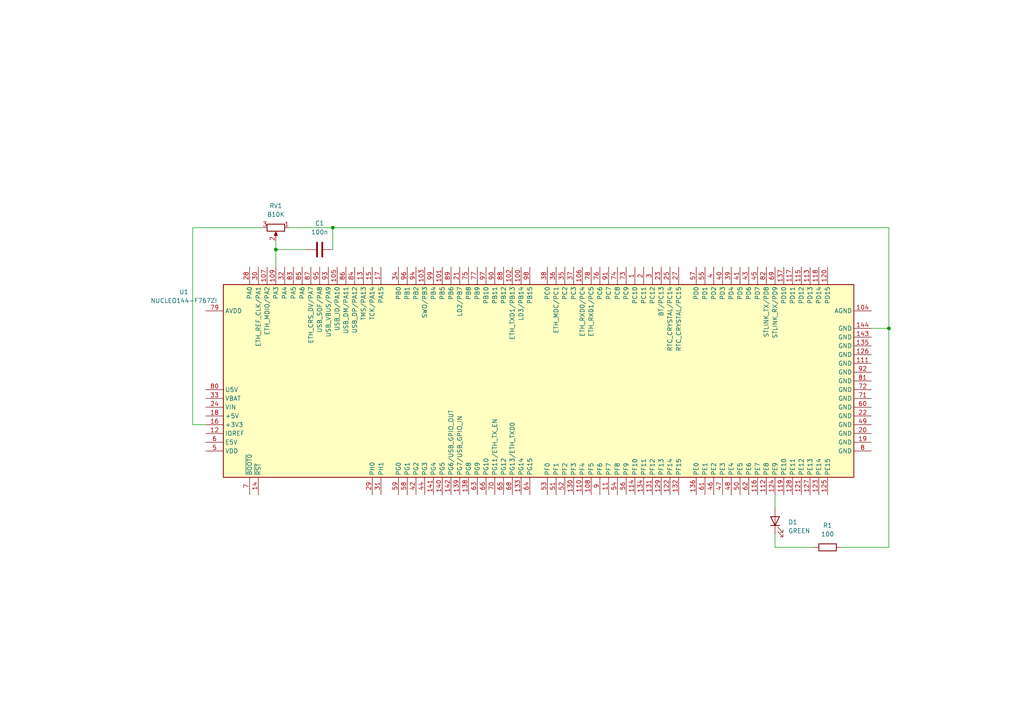
<source format=kicad_sch>
(kicad_sch (version 20231120) (generator "eeschema") (generator_version "8.0")
  (paper "A4")
  (lib_symbols
    (symbol "Device:C" (pin_numbers hide) (pin_names (offset 0.254))
      (property "Reference" "C" (at 0.635 2.54 0))
      (property "Value" "C" (at 0.635 -2.54 0))
      (symbol "C_0_1"
        (polyline (pts (xy -2.032 -0.762) (xy 2.032 -0.762)) (stroke (width 0.508)))
        (polyline (pts (xy -2.032 0.762) (xy 2.032 0.762)) (stroke (width 0.508)))
      )
      (symbol "C_1_1"
        (pin passive line (at 0 3.81 270) (length 2.794) (name "~") (number "1"))
        (pin passive line (at 0 -3.81 90) (length 2.794) (name "~") (number "2"))
      )
    )
    (symbol "Device:LED" (pin_numbers hide) (pin_names (offset 1.016) hide)
      (property "Reference" "D" (at 0 2.54 0))
      (property "Value" "LED" (at 0 -2.54 0))
      (symbol "LED_0_1"
        (polyline (pts (xy -1.27 -1.27) (xy -1.27 1.27)) (stroke (width 0.254)))
        (polyline (pts (xy -1.27 0) (xy 1.27 0)))
        (polyline (pts (xy 1.27 -1.27) (xy 1.27 1.27) (xy -1.27 0) (xy 1.27 -1.27)) (stroke (width 0.254)))
        (polyline (pts (xy -3.048 -0.762) (xy -4.572 -2.286) (xy -3.81 -2.286) (xy -4.572 -2.286) (xy -4.572 -1.524)))
        (polyline (pts (xy -1.778 -0.762) (xy -3.302 -2.286) (xy -2.54 -2.286) (xy -3.302 -2.286) (xy -3.302 -1.524)))
      )
      (symbol "LED_1_1"
        (pin passive line (at -3.81 0 0) (length 2.54) (name "K") (number "1"))
        (pin passive line (at 3.81 0 180) (length 2.54) (name "A") (number "2"))
      )
    )
    (symbol "Device:R" (pin_numbers hide) (pin_names (offset 0))
      (property "Reference" "R" (at 2.032 0 90))
      (property "Value" "R" (at 0 0 90))
      (symbol "R_0_1"
        (rectangle (start -1.016 -2.54) (end 1.016 2.54) (stroke (width 0.254)))
      )
      (symbol "R_1_1"
        (pin passive line (at 0 3.81 270) (length 1.27) (name "~") (number "1"))
        (pin passive line (at 0 -3.81 90) (length 1.27) (name "~") (number "2"))
      )
    )
    (symbol "Device:R_Potentiometer" (pin_names (offset 1.016) hide)
      (property "Reference" "RV" (at -4.445 0 90))
      (property "Value" "R_Potentiometer" (at -2.54 0 90))
      (symbol "R_Potentiometer_0_1"
        (polyline (pts (xy 2.54 0) (xy 1.524 0)))
        (polyline (pts (xy 1.143 0) (xy 2.286 0.508) (xy 2.286 -0.508) (xy 1.143 0)) (fill (type outline)))
        (rectangle (start 1.016 2.54) (end -1.016 -2.54) (stroke (width 0.254)))
      )
      (symbol "R_Potentiometer_1_1"
        (pin passive line (at 0 3.81 270) (length 1.27) (name "1") (number "1"))
        (pin passive line (at 3.81 0 180) (length 1.27) (name "2") (number "2"))
        (pin passive line (at 0 -3.81 90) (length 1.27) (name "3") (number "3"))
      )
    )
    (symbol "MCU_Module:NUCLEO144-F767ZI"
      (property "Reference" "U" (at -22.86 94.615 0))
      (property "Value" "NUCLEO144-F767ZI" (at -22.86 92.71 0))
      (symbol "NUCLEO144-F767ZI_0_1"
        (rectangle (start -27.94 -91.44) (end 27.94 91.44) (stroke (width 0.254)) (fill (type background)))
      )
      (symbol "NUCLEO144-F767ZI_1_1"
        (pin bidirectional line (at 33.02 -27.94 180) (length 5.08) (name "PC10") (number "1"))
        (pin no_connect line (at -27.94 55.88 0) (length 5.08) hide (name "NC") (number "10"))
        (pin bidirectional line (at 33.02 5.08 180) (length 5.08) (name "LD3/PB14") (number "100"))
        (pin bidirectional line (at 33.02 27.94 180) (length 5.08) (name "PB5") (number "101"))
        (pin bidirectional line (at 33.02 7.62 180) (length 5.08) (name "ETH_TXD1/PB13") (number "102"))
        (pin bidirectional line (at 33.02 33.02 180) (length 5.08) (name "SWO/PB3") (number "103"))
        (pin power_in line (at 20.32 -96.52 90) (length 5.08) (name "AGND") (number "104"))
        (pin bidirectional line (at 33.02 58.42 180) (length 5.08) (name "USB_ID/PA10") (number "105"))
        (pin bidirectional line (at 33.02 -12.7 180) (length 5.08) (name "ETH_RXD0/PC4") (number "106"))
        (pin bidirectional line (at 33.02 78.74 180) (length 5.08) (name "ETH_MDIO/PA2") (number "107"))
        (pin bidirectional line (at -33.02 -15.24 0) (length 5.08) (name "PF5") (number "108"))
        (pin bidirectional line (at 33.02 76.2 180) (length 5.08) (name "PA3") (number "109"))
        (pin bidirectional line (at -33.02 -20.32 0) (length 5.08) (name "PF7") (number "11"))
        (pin bidirectional line (at -33.02 -12.7 0) (length 5.08) (name "PF4") (number "110"))
        (pin power_in line (at 5.08 -96.52 90) (length 5.08) (name "GND") (number "111"))
        (pin bidirectional line (at -33.02 -66.04 0) (length 5.08) (name "PE8") (number "112"))
        (pin bidirectional line (at 33.02 -78.74 180) (length 5.08) (name "PD13") (number "113"))
        (pin bidirectional line (at -33.02 -27.94 0) (length 5.08) (name "PF10") (number "114"))
        (pin bidirectional line (at 33.02 -76.2 180) (length 5.08) (name "PD12") (number "115"))
        (pin bidirectional line (at -33.02 -63.5 0) (length 5.08) (name "PE7") (number "116"))
        (pin bidirectional line (at 33.02 -73.66 180) (length 5.08) (name "PD11") (number "117"))
        (pin bidirectional line (at 33.02 -81.28 180) (length 5.08) (name "PD14") (number "118"))
        (pin bidirectional line (at -33.02 -71.12 0) (length 5.08) (name "PE10") (number "119"))
        (pin power_in line (at -15.24 96.52 270) (length 5.08) (name "IOREF") (number "12"))
        (pin bidirectional line (at 33.02 -83.82 180) (length 5.08) (name "PD15") (number "120"))
        (pin bidirectional line (at -33.02 -76.2 0) (length 5.08) (name "PE12") (number "121"))
        (pin bidirectional line (at -33.02 -38.1 0) (length 5.08) (name "PF14") (number "122"))
        (pin bidirectional line (at -33.02 -81.28 0) (length 5.08) (name "PE14") (number "123"))
        (pin bidirectional line (at -33.02 -68.58 0) (length 5.08) (name "PE9") (number "124"))
        (pin bidirectional line (at -33.02 -83.82 0) (length 5.08) (name "PE15") (number "125"))
        (pin power_in line (at 7.62 -96.52 90) (length 5.08) (name "GND") (number "126"))
        (pin bidirectional line (at -33.02 -78.74 0) (length 5.08) (name "PE13") (number "127"))
        (pin bidirectional line (at -33.02 -73.66 0) (length 5.08) (name "PE11") (number "128"))
        (pin bidirectional line (at -33.02 -35.56 0) (length 5.08) (name "PF13") (number "129"))
        (pin bidirectional line (at 33.02 50.8 180) (length 5.08) (name "TMS/PA13") (number "13"))
        (pin bidirectional line (at -33.02 -10.16 0) (length 5.08) (name "PF3") (number "130"))
        (pin bidirectional line (at -33.02 -33.02 0) (length 5.08) (name "PF12") (number "131"))
        (pin bidirectional line (at -33.02 -40.64 0) (length 5.08) (name "PF15") (number "132"))
        (pin bidirectional line (at -33.02 5.08 0) (length 5.08) (name "PG14") (number "133"))
        (pin bidirectional line (at -33.02 -30.48 0) (length 5.08) (name "PF11") (number "134"))
        (pin power_in line (at 10.16 -96.52 90) (length 5.08) (name "GND") (number "135"))
        (pin bidirectional line (at -33.02 -45.72 0) (length 5.08) (name "PE0") (number "136"))
        (pin bidirectional line (at 33.02 -71.12 180) (length 5.08) (name "PD10") (number "137"))
        (pin bidirectional line (at -33.02 20.32 0) (length 5.08) (name "PG8") (number "138"))
        (pin bidirectional line (at -33.02 22.86 0) (length 5.08) (name "PG7/USB_GPIO_IN") (number "139"))
        (pin input line (at -33.02 81.28 0) (length 5.08) (name "~{RST}") (number "14"))
        (pin bidirectional line (at -33.02 27.94 0) (length 5.08) (name "PG5") (number "140"))
        (pin bidirectional line (at -33.02 30.48 0) (length 5.08) (name "PG4") (number "141"))
        (pin bidirectional line (at -33.02 25.4 0) (length 5.08) (name "PG6/USB_GPIO_OUT") (number "142"))
        (pin power_in line (at 12.7 -96.52 90) (length 5.08) (name "GND") (number "143"))
        (pin power_in line (at 15.24 -96.52 90) (length 5.08) (name "GND") (number "144"))
        (pin bidirectional line (at 33.02 48.26 180) (length 5.08) (name "TCK/PA14") (number "15"))
        (pin power_in line (at -12.7 96.52 270) (length 5.08) (name "+3V3") (number "16"))
        (pin bidirectional line (at 33.02 45.72 180) (length 5.08) (name "PA15") (number "17"))
        (pin power_in line (at -10.16 96.52 270) (length 5.08) (name "+5V") (number "18"))
        (pin power_in line (at -17.78 -96.52 90) (length 5.08) (name "GND") (number "19"))
        (pin bidirectional line (at 33.02 -30.48 180) (length 5.08) (name "PC11") (number "2"))
        (pin power_in line (at -15.24 -96.52 90) (length 5.08) (name "GND") (number "20"))
        (pin bidirectional line (at 33.02 22.86 180) (length 5.08) (name "LD2/PB7") (number "21"))
        (pin power_in line (at -10.16 -96.52 90) (length 5.08) (name "GND") (number "22"))
        (pin bidirectional line (at 33.02 -35.56 180) (length 5.08) (name "BT/PC13") (number "23"))
        (pin power_in line (at -7.62 96.52 270) (length 5.08) (name "VIN") (number "24"))
        (pin bidirectional line (at 33.02 -38.1 180) (length 5.08) (name "RTC_CRYSTAL/PC14") (number "25"))
        (pin no_connect line (at -27.94 58.42 0) (length 5.08) hide (name "NC") (number "26"))
        (pin bidirectional line (at 33.02 -40.64 180) (length 5.08) (name "RTC_CRYSTAL/PC15") (number "27"))
        (pin bidirectional line (at 33.02 83.82 180) (length 5.08) (name "PA0") (number "28"))
        (pin bidirectional line (at -33.02 48.26 0) (length 5.08) (name "PH0") (number "29"))
        (pin bidirectional line (at 33.02 -33.02 180) (length 5.08) (name "PC12") (number "3"))
        (pin bidirectional line (at 33.02 81.28 180) (length 5.08) (name "ETH_REF_CLK/PA1") (number "30"))
        (pin bidirectional line (at -33.02 45.72 0) (length 5.08) (name "PH1") (number "31"))
        (pin bidirectional line (at 33.02 73.66 180) (length 5.08) (name "PA4") (number "32"))
        (pin power_in line (at -5.08 96.52 270) (length 5.08) (name "VBAT") (number "33"))
        (pin bidirectional line (at 33.02 40.64 180) (length 5.08) (name "PB0") (number "34"))
        (pin bidirectional line (at 33.02 -7.62 180) (length 5.08) (name "PC2") (number "35"))
        (pin bidirectional line (at 33.02 -5.08 180) (length 5.08) (name "ETH_MDC/PC1") (number "36"))
        (pin bidirectional line (at 33.02 -10.16 180) (length 5.08) (name "PC3") (number "37"))
        (pin bidirectional line (at 33.02 -2.54 180) (length 5.08) (name "PC0") (number "38"))
        (pin bidirectional line (at 33.02 -55.88 180) (length 5.08) (name "PD4") (number "39"))
        (pin bidirectional line (at 33.02 -50.8 180) (length 5.08) (name "PD2") (number "4"))
        (pin bidirectional line (at 33.02 -53.34 180) (length 5.08) (name "PD3") (number "40"))
        (pin bidirectional line (at 33.02 -58.42 180) (length 5.08) (name "PD5") (number "41"))
        (pin bidirectional line (at -33.02 35.56 0) (length 5.08) (name "PG2") (number "42"))
        (pin bidirectional line (at 33.02 -60.96 180) (length 5.08) (name "PD6") (number "43"))
        (pin bidirectional line (at -33.02 33.02 0) (length 5.08) (name "PG3") (number "44"))
        (pin bidirectional line (at 33.02 -63.5 180) (length 5.08) (name "PD7") (number "45"))
        (pin bidirectional line (at -33.02 -50.8 0) (length 5.08) (name "PE2") (number "46"))
        (pin bidirectional line (at -33.02 -53.34 0) (length 5.08) (name "PE3") (number "47"))
        (pin bidirectional line (at -33.02 -55.88 0) (length 5.08) (name "PE4") (number "48"))
        (pin power_in line (at -12.7 -96.52 90) (length 5.08) (name "GND") (number "49"))
        (pin power_in line (at -20.32 96.52 270) (length 5.08) (name "VDD") (number "5"))
        (pin bidirectional line (at -33.02 -58.42 0) (length 5.08) (name "PE5") (number "50"))
        (pin bidirectional line (at -33.02 -5.08 0) (length 5.08) (name "PF1") (number "51"))
        (pin bidirectional line (at -33.02 -7.62 0) (length 5.08) (name "PF2") (number "52"))
        (pin bidirectional line (at -33.02 -2.54 0) (length 5.08) (name "PF0") (number "53"))
        (pin bidirectional line (at -33.02 -22.86 0) (length 5.08) (name "PF8") (number "54"))
        (pin bidirectional line (at 33.02 -48.26 180) (length 5.08) (name "PD1") (number "55"))
        (pin bidirectional line (at -33.02 -25.4 0) (length 5.08) (name "PF9") (number "56"))
        (pin bidirectional line (at 33.02 -45.72 180) (length 5.08) (name "PD0") (number "57"))
        (pin bidirectional line (at -33.02 38.1 0) (length 5.08) (name "PG1") (number "58"))
        (pin bidirectional line (at -33.02 40.64 0) (length 5.08) (name "PG0") (number "59"))
        (pin power_in line (at -17.78 96.52 270) (length 5.08) (name "E5V") (number "6"))
        (pin power_in line (at -7.62 -96.52 90) (length 5.08) (name "GND") (number "60"))
        (pin bidirectional line (at -33.02 -48.26 0) (length 5.08) (name "PE1") (number "61"))
        (pin bidirectional line (at -33.02 -60.96 0) (length 5.08) (name "PE6") (number "62"))
        (pin bidirectional line (at -33.02 17.78 0) (length 5.08) (name "PG9") (number "63"))
        (pin bidirectional line (at -33.02 2.54 0) (length 5.08) (name "PG15") (number "64"))
        (pin bidirectional line (at -33.02 10.16 0) (length 5.08) (name "PG12") (number "65"))
        (pin bidirectional line (at -33.02 15.24 0) (length 5.08) (name "PG10") (number "66"))
        (pin no_connect line (at -27.94 53.34 0) (length 5.08) hide (name "NC") (number "67"))
        (pin bidirectional line (at -33.02 7.62 0) (length 5.08) (name "PG13/ETH_TXD0") (number "68"))
        (pin bidirectional line (at 33.02 -68.58 180) (length 5.08) (name "STLINK_RX/PD9") (number "69"))
        (pin input line (at -33.02 83.82 0) (length 5.08) (name "~{BOOT0}") (number "7"))
        (pin bidirectional line (at -33.02 12.7 0) (length 5.08) (name "PG11/ETH_TX_EN") (number "70"))
        (pin power_in line (at -5.08 -96.52 90) (length 5.08) (name "GND") (number "71"))
        (pin power_in line (at -2.54 -96.52 90) (length 5.08) (name "GND") (number "72"))
        (pin bidirectional line (at 33.02 -25.4 180) (length 5.08) (name "PC9") (number "73"))
        (pin bidirectional line (at 33.02 -22.86 180) (length 5.08) (name "PC8") (number "74"))
        (pin bidirectional line (at 33.02 20.32 180) (length 5.08) (name "PB8") (number "75"))
        (pin bidirectional line (at 33.02 -17.78 180) (length 5.08) (name "PC6") (number "76"))
        (pin bidirectional line (at 33.02 17.78 180) (length 5.08) (name "PB9") (number "77"))
        (pin bidirectional line (at 33.02 -15.24 180) (length 5.08) (name "ETH_RXD1/PC5") (number "78"))
        (pin power_in line (at 20.32 96.52 270) (length 5.08) (name "AVDD") (number "79"))
        (pin power_in line (at -20.32 -96.52 90) (length 5.08) (name "GND") (number "8"))
        (pin power_in line (at -2.54 96.52 270) (length 5.08) (name "U5V") (number "80"))
        (pin power_in line (at 0 -96.52 90) (length 5.08) (name "GND") (number "81"))
        (pin bidirectional line (at 33.02 -66.04 180) (length 5.08) (name "STLINK_TX/PD8") (number "82"))
        (pin bidirectional line (at 33.02 71.12 180) (length 5.08) (name "PA5") (number "83"))
        (pin bidirectional line (at 33.02 53.34 180) (length 5.08) (name "USB_DP/PA12") (number "84"))
        (pin bidirectional line (at 33.02 68.58 180) (length 5.08) (name "PA6") (number "85"))
        (pin bidirectional line (at 33.02 55.88 180) (length 5.08) (name "USB_DM/PA11") (number "86"))
        (pin bidirectional line (at 33.02 66.04 180) (length 5.08) (name "ETH_CRS_DV/PA7") (number "87"))
        (pin bidirectional line (at 33.02 10.16 180) (length 5.08) (name "PB12") (number "88"))
        (pin bidirectional line (at 33.02 25.4 180) (length 5.08) (name "PB6") (number "89"))
        (pin bidirectional line (at -33.02 -17.78 0) (length 5.08) (name "PF6") (number "9"))
        (pin bidirectional line (at 33.02 12.7 180) (length 5.08) (name "PB11") (number "90"))
        (pin bidirectional line (at 33.02 -20.32 180) (length 5.08) (name "PC7") (number "91"))
        (pin power_in line (at 2.54 -96.52 90) (length 5.08) (name "GND") (number "92"))
        (pin bidirectional line (at 33.02 60.96 180) (length 5.08) (name "USB_VBUS/PA9") (number "93"))
        (pin bidirectional line (at 33.02 35.56 180) (length 5.08) (name "PB2") (number "94"))
        (pin bidirectional line (at 33.02 63.5 180) (length 5.08) (name "USB_SOF/PA8") (number "95"))
        (pin bidirectional line (at 33.02 38.1 180) (length 5.08) (name "PB1") (number "96"))
        (pin bidirectional line (at 33.02 15.24 180) (length 5.08) (name "PB10") (number "97"))
        (pin bidirectional line (at 33.02 2.54 180) (length 5.08) (name "PB15") (number "98"))
        (pin bidirectional line (at 33.02 30.48 180) (length 5.08) (name "PB4") (number "99"))
      )
    )
  )
  (junction (at 80.01 72.39))
  (junction (at 257.81 95.25))
  (junction (at 96.52 66.04))
  (wire (pts (xy 59.69 123.19) (xy 55.88 123.19)))
  (wire (pts (xy 96.52 66.04) (xy 83.82 66.04)))
  (wire (pts (xy 55.88 123.19) (xy 55.88 66.04)))
  (wire (pts (xy 80.01 72.39) (xy 80.01 77.47)))
  (wire (pts (xy 224.79 143.51) (xy 224.79 147.32)))
  (wire (pts (xy 257.81 66.04) (xy 96.52 66.04)))
  (wire (pts (xy 224.79 158.75) (xy 224.79 154.94)))
  (wire (pts (xy 252.73 95.25) (xy 257.81 95.25)))
  (wire (pts (xy 96.52 66.04) (xy 96.52 72.39)))
  (wire (pts (xy 257.81 95.25) (xy 257.81 158.75)))
  (wire (pts (xy 55.88 66.04) (xy 76.2 66.04)))
  (wire (pts (xy 80.01 72.39) (xy 88.9 72.39)))
  (wire (pts (xy 80.01 69.85) (xy 80.01 72.39)))
  (wire (pts (xy 236.22 158.75) (xy 224.79 158.75)))
  (wire (pts (xy 257.81 158.75) (xy 243.84 158.75)))
  (wire (pts (xy 257.81 95.25) (xy 257.81 66.04)))
  (symbol (lib_id "Device:R_Potentiometer") (at 80.01 66.04 270) (unit 1)
    (property "Reference" "RV1" (at 80.01 59.69 90))
    (property "Value" "B10K" (at 80.01 62.23 90))
    (property "Description" "Potentiometer" (effects (hide yes)))
  )
  (symbol (lib_id "Device:C") (at 92.71 72.39 270) (unit 1)
    (property "Reference" "C1" (at 92.71 64.77 90))
    (property "Value" "100n" (at 92.71 67.31 90))
    (property "Description" "Unpolarized capacitor" (effects (hide yes)))
  )
  (symbol (lib_id "MCU_Module:NUCLEO144-F767ZI") (at 156.21 110.49 90) (unit 1)
    (property "Reference" "U1" (at 53.34 84.6738 90))
    (property "Value" "NUCLEO144-F767ZI" (at 53.34 87.2138 90))
    (property "Footprint" "Module:ST_Morpho_Connector_144_STLink" (effects (hide yes)))
    (property "Datasheet" "https://www.st.com/resource/en/user_manual/dm00244518-stm32-nucleo144-boards-stmicroelectronics.pdf" (effects (hide yes)))
    (property "Description" "Nucleo 144 Development Board with STM32F767ZIT6 MCU, 512kB RAM, 2Mb FLASH" (effects (hide yes)))
  )
  (symbol (lib_id "Device:LED") (at 224.79 151.13 90) (unit 1)
    (property "Reference" "D1" (at 228.6 151.4474 90) (effects (justify right)))
    (property "Value" "GREEN" (at 228.6 153.9874 90) (effects (justify right)))
    (property "Description" "Light emitting diode" (effects (hide yes)))
  )
  (symbol (lib_id "Device:R") (at 240.03 158.75 270) (unit 1)
    (property "Reference" "R1" (at 240.03 152.4 90))
    (property "Value" "100" (at 240.03 154.94 90))
    (property "Description" "Resistor" (effects (hide yes)))
  )
)
</source>
